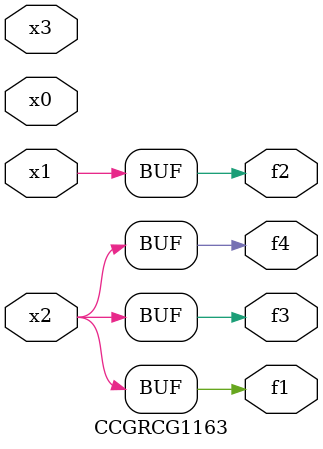
<source format=v>
module CCGRCG1163(
	input x0, x1, x2, x3,
	output f1, f2, f3, f4
);
	assign f1 = x2;
	assign f2 = x1;
	assign f3 = x2;
	assign f4 = x2;
endmodule

</source>
